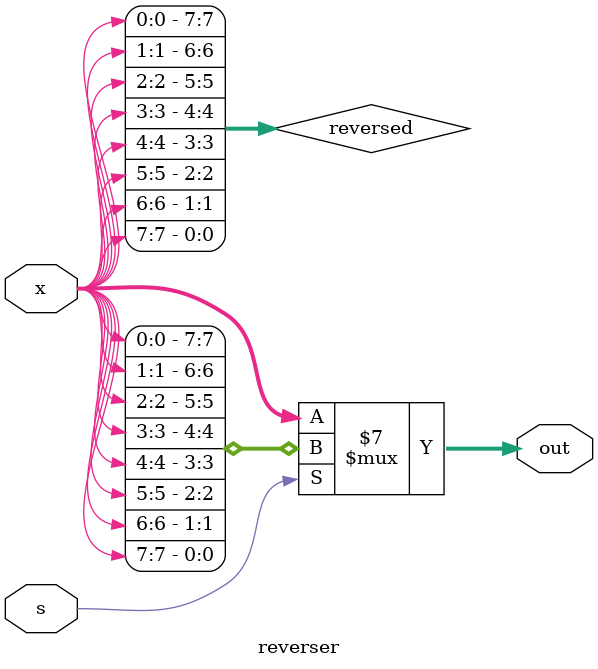
<source format=sv>
`timescale 1ns / 1ps


module reverser
    #(parameter N = 3)(
    input logic [2**N - 1:0] x,
    input logic s,
    output logic [2**N - 1:0] out
    );
    
    logic [2**N - 1:0] reversed;
    
    //iterate through all the elments of the input and reverse them
    always_comb
    begin
        for (int i = 0; i < 2**N; i = i + 1)
        //start with LSB of input and put it 
        //in the MSB for reversed
            reversed[(2**N - 1) - i] = x[i];
    end
    
    //decide whether or not to output reversed input based on s input
    always_comb
    begin   
        if(s)   //if enabled output is reversed
            begin
                out = reversed;
            end
        else    //otherwise remains the same
            begin
                out = x;
            end
    end
endmodule

</source>
